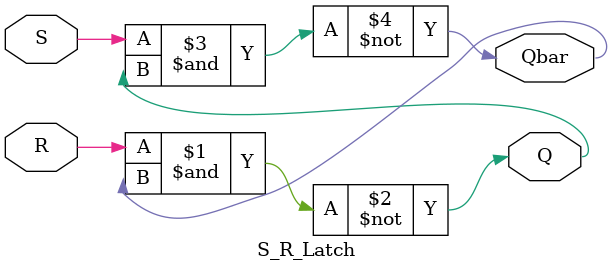
<source format=v>
module S_R_Latch (S, R, Q, Qbar);
input S,R;
output Q, Qbar;
assign Q = ~(R & Qbar);
assign Qbar = ~(S & Q);
endmodule
</source>
